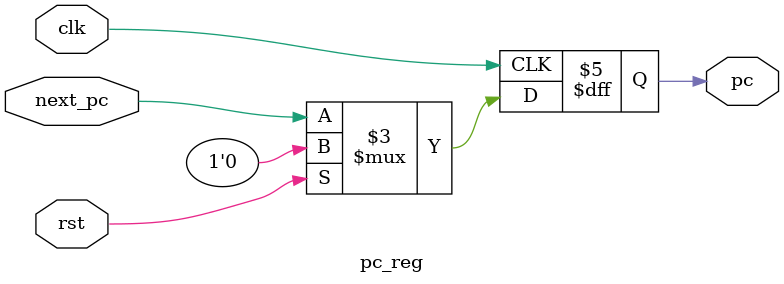
<source format=sv>
module pc_reg(
    input logic clk,
    input logic rst,
    input logic next_pc,
    output logic pc
);

always_ff @( posedge clk ) 
if (rst) pc<= 1'b0;
else pc<= next_pc;

endmodule

</source>
